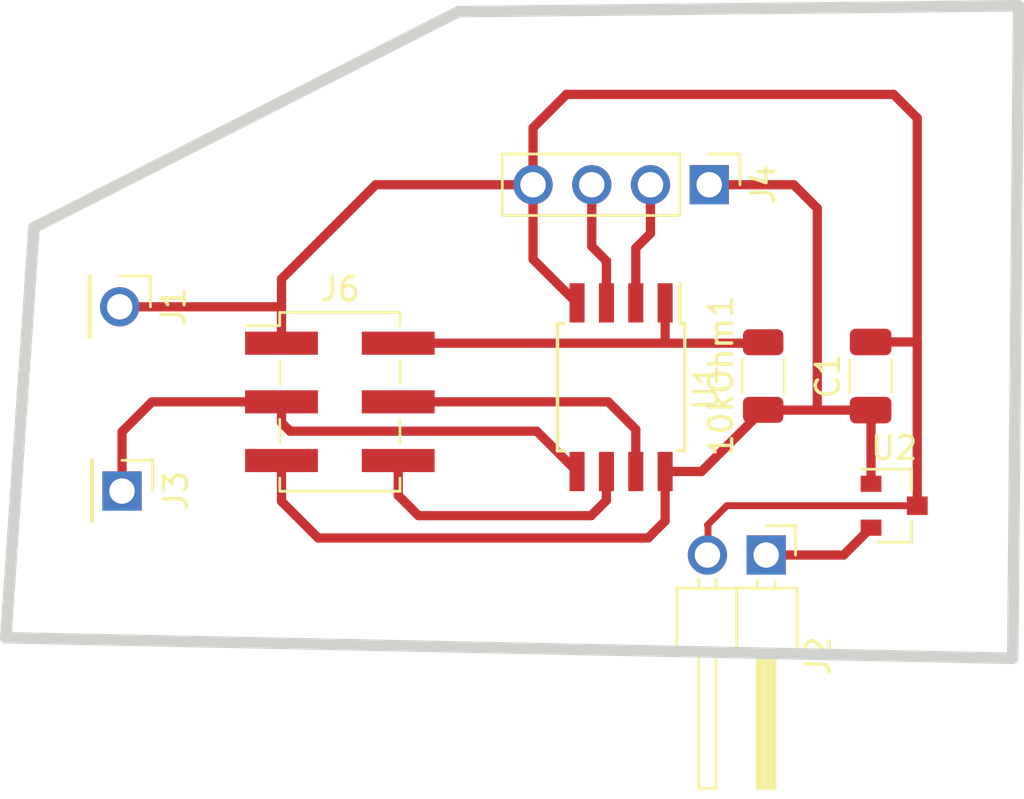
<source format=kicad_pcb>
(kicad_pcb (version 20171130) (host pcbnew "(5.1.9)-1")

  (general
    (thickness 1.6)
    (drawings 5)
    (tracks 64)
    (zones 0)
    (modules 9)
    (nets 10)
  )

  (page A4)
  (layers
    (0 F.Cu signal)
    (31 B.Cu signal)
    (32 B.Adhes user)
    (33 F.Adhes user)
    (34 B.Paste user)
    (35 F.Paste user)
    (36 B.SilkS user)
    (37 F.SilkS user)
    (38 B.Mask user)
    (39 F.Mask user)
    (40 Dwgs.User user)
    (41 Cmts.User user)
    (42 Eco1.User user)
    (43 Eco2.User user)
    (44 Edge.Cuts user)
    (45 Margin user)
    (46 B.CrtYd user)
    (47 F.CrtYd user)
    (48 B.Fab user)
    (49 F.Fab user)
  )

  (setup
    (last_trace_width 0.4)
    (user_trace_width 0.3)
    (user_trace_width 0.4)
    (trace_clearance 0.2)
    (zone_clearance 0.508)
    (zone_45_only no)
    (trace_min 0.2)
    (via_size 0.8)
    (via_drill 0.4)
    (via_min_size 0.4)
    (via_min_drill 0.3)
    (uvia_size 0.3)
    (uvia_drill 0.1)
    (uvias_allowed no)
    (uvia_min_size 0.2)
    (uvia_min_drill 0.1)
    (edge_width 0.1)
    (segment_width 0.2)
    (pcb_text_width 0.3)
    (pcb_text_size 1.5 1.5)
    (mod_edge_width 0.15)
    (mod_text_size 1 1)
    (mod_text_width 0.15)
    (pad_size 0.9 0.7)
    (pad_drill 0)
    (pad_to_mask_clearance 0)
    (aux_axis_origin 0 0)
    (visible_elements FFFFFF7F)
    (pcbplotparams
      (layerselection 0x010fc_ffffffff)
      (usegerberextensions false)
      (usegerberattributes true)
      (usegerberadvancedattributes true)
      (creategerberjobfile true)
      (excludeedgelayer true)
      (linewidth 0.100000)
      (plotframeref false)
      (viasonmask false)
      (mode 1)
      (useauxorigin false)
      (hpglpennumber 1)
      (hpglpenspeed 20)
      (hpglpendiameter 15.000000)
      (psnegative false)
      (psa4output false)
      (plotreference true)
      (plotvalue true)
      (plotinvisibletext false)
      (padsonsilk false)
      (subtractmaskfromsilk false)
      (outputformat 1)
      (mirror false)
      (drillshape 1)
      (scaleselection 1)
      (outputdirectory ""))
  )

  (net 0 "")
  (net 1 5V)
  (net 2 RST)
  (net 3 GND)
  (net 4 9V)
  (net 5 MOSI)
  (net 6 PB3)
  (net 7 PB4)
  (net 8 PB2)
  (net 9 MISO)

  (net_class Default "This is the default net class."
    (clearance 0.2)
    (trace_width 0.25)
    (via_dia 0.8)
    (via_drill 0.4)
    (uvia_dia 0.3)
    (uvia_drill 0.1)
    (add_net 5V)
    (add_net 9V)
    (add_net GND)
    (add_net MISO)
    (add_net MOSI)
    (add_net PB2)
    (add_net PB3)
    (add_net PB4)
    (add_net RST)
  )

  (module Resistor_SMD:R_1206_3216Metric (layer F.Cu) (tedit 5F68FEEE) (tstamp 60B39143)
    (at 156.4132 84.6582 90)
    (descr "Resistor SMD 1206 (3216 Metric), square (rectangular) end terminal, IPC_7351 nominal, (Body size source: IPC-SM-782 page 72, https://www.pcb-3d.com/wordpress/wp-content/uploads/ipc-sm-782a_amendment_1_and_2.pdf), generated with kicad-footprint-generator")
    (tags resistor)
    (path /6084C5CB)
    (attr smd)
    (fp_text reference 10kOhm1 (at 0 -1.82 90) (layer F.SilkS)
      (effects (font (size 1 1) (thickness 0.15)))
    )
    (fp_text value R (at 0 1.82 90) (layer F.Fab)
      (effects (font (size 1 1) (thickness 0.15)))
    )
    (fp_line (start 2.28 1.12) (end -2.28 1.12) (layer F.CrtYd) (width 0.05))
    (fp_line (start 2.28 -1.12) (end 2.28 1.12) (layer F.CrtYd) (width 0.05))
    (fp_line (start -2.28 -1.12) (end 2.28 -1.12) (layer F.CrtYd) (width 0.05))
    (fp_line (start -2.28 1.12) (end -2.28 -1.12) (layer F.CrtYd) (width 0.05))
    (fp_line (start -0.727064 0.91) (end 0.727064 0.91) (layer F.SilkS) (width 0.12))
    (fp_line (start -0.727064 -0.91) (end 0.727064 -0.91) (layer F.SilkS) (width 0.12))
    (fp_line (start 1.6 0.8) (end -1.6 0.8) (layer F.Fab) (width 0.1))
    (fp_line (start 1.6 -0.8) (end 1.6 0.8) (layer F.Fab) (width 0.1))
    (fp_line (start -1.6 -0.8) (end 1.6 -0.8) (layer F.Fab) (width 0.1))
    (fp_line (start -1.6 0.8) (end -1.6 -0.8) (layer F.Fab) (width 0.1))
    (fp_text user %R (at 0 0 90) (layer F.Fab)
      (effects (font (size 0.8 0.8) (thickness 0.12)))
    )
    (pad 1 smd roundrect (at -1.4625 0 90) (size 1.125 1.75) (layers F.Cu F.Paste F.Mask) (roundrect_rratio 0.2222213333333333)
      (net 1 5V))
    (pad 2 smd roundrect (at 1.4625 0 90) (size 1.125 1.75) (layers F.Cu F.Paste F.Mask) (roundrect_rratio 0.2222213333333333)
      (net 2 RST))
    (model ${KISYS3DMOD}/Resistor_SMD.3dshapes/R_1206_3216Metric.wrl
      (at (xyz 0 0 0))
      (scale (xyz 1 1 1))
      (rotate (xyz 0 0 0))
    )
  )

  (module Capacitor_SMD:C_1206_3216Metric (layer F.Cu) (tedit 5F68FEEE) (tstamp 60B39154)
    (at 161.0614 84.6582 90)
    (descr "Capacitor SMD 1206 (3216 Metric), square (rectangular) end terminal, IPC_7351 nominal, (Body size source: IPC-SM-782 page 76, https://www.pcb-3d.com/wordpress/wp-content/uploads/ipc-sm-782a_amendment_1_and_2.pdf), generated with kicad-footprint-generator")
    (tags capacitor)
    (path /6084AE90)
    (attr smd)
    (fp_text reference C1 (at 0 -1.85 90) (layer F.SilkS)
      (effects (font (size 1 1) (thickness 0.15)))
    )
    (fp_text value C (at 0 1.85 90) (layer F.Fab)
      (effects (font (size 1 1) (thickness 0.15)))
    )
    (fp_line (start 2.3 1.15) (end -2.3 1.15) (layer F.CrtYd) (width 0.05))
    (fp_line (start 2.3 -1.15) (end 2.3 1.15) (layer F.CrtYd) (width 0.05))
    (fp_line (start -2.3 -1.15) (end 2.3 -1.15) (layer F.CrtYd) (width 0.05))
    (fp_line (start -2.3 1.15) (end -2.3 -1.15) (layer F.CrtYd) (width 0.05))
    (fp_line (start -0.711252 0.91) (end 0.711252 0.91) (layer F.SilkS) (width 0.12))
    (fp_line (start -0.711252 -0.91) (end 0.711252 -0.91) (layer F.SilkS) (width 0.12))
    (fp_line (start 1.6 0.8) (end -1.6 0.8) (layer F.Fab) (width 0.1))
    (fp_line (start 1.6 -0.8) (end 1.6 0.8) (layer F.Fab) (width 0.1))
    (fp_line (start -1.6 -0.8) (end 1.6 -0.8) (layer F.Fab) (width 0.1))
    (fp_line (start -1.6 0.8) (end -1.6 -0.8) (layer F.Fab) (width 0.1))
    (fp_text user %R (at 0 0 90) (layer F.Fab)
      (effects (font (size 0.8 0.8) (thickness 0.12)))
    )
    (pad 1 smd roundrect (at -1.475 0 90) (size 1.15 1.8) (layers F.Cu F.Paste F.Mask) (roundrect_rratio 0.2173904347826087)
      (net 1 5V))
    (pad 2 smd roundrect (at 1.475 0 90) (size 1.15 1.8) (layers F.Cu F.Paste F.Mask) (roundrect_rratio 0.2173904347826087)
      (net 3 GND))
    (model ${KISYS3DMOD}/Capacitor_SMD.3dshapes/C_1206_3216Metric.wrl
      (at (xyz 0 0 0))
      (scale (xyz 1 1 1))
      (rotate (xyz 0 0 0))
    )
  )

  (module Connector_PinHeader_2.54mm:PinHeader_1x01_P2.54mm_Vertical (layer F.Cu) (tedit 60B390C4) (tstamp 60B39169)
    (at 128.5748 81.661 270)
    (descr "Through hole straight pin header, 1x01, 2.54mm pitch, single row")
    (tags "Through hole pin header THT 1x01 2.54mm single row")
    (path /60B2A280)
    (fp_text reference J1 (at 0 -2.33 90) (layer F.SilkS)
      (effects (font (size 1 1) (thickness 0.15)))
    )
    (fp_text value Conn_01x01_Female (at 0 2.33 90) (layer F.Fab)
      (effects (font (size 1 1) (thickness 0.15)))
    )
    (fp_text user %R (at -2.8956 -0.8128) (layer F.Fab)
      (effects (font (size 1 1) (thickness 0.15)))
    )
    (fp_line (start -0.635 -1.27) (end 1.27 -1.27) (layer F.Fab) (width 0.1))
    (fp_line (start 1.27 -1.27) (end 1.27 1.27) (layer F.Fab) (width 0.1))
    (fp_line (start 1.27 1.27) (end -1.27 1.27) (layer F.Fab) (width 0.1))
    (fp_line (start -1.27 1.27) (end -1.27 -0.635) (layer F.Fab) (width 0.1))
    (fp_line (start -1.27 -0.635) (end -0.635 -1.27) (layer F.Fab) (width 0.1))
    (fp_line (start -1.33 1.33) (end 1.33 1.33) (layer F.SilkS) (width 0.12))
    (fp_line (start -1.33 1.27) (end -1.33 1.33) (layer F.SilkS) (width 0.12))
    (fp_line (start 1.33 1.27) (end 1.33 1.33) (layer F.SilkS) (width 0.12))
    (fp_line (start -1.33 1.27) (end 1.33 1.27) (layer F.SilkS) (width 0.12))
    (fp_line (start -1.33 0) (end -1.33 -1.33) (layer F.SilkS) (width 0.12))
    (fp_line (start -1.33 -1.33) (end 0 -1.33) (layer F.SilkS) (width 0.12))
    (fp_line (start -1.8 -1.8) (end -1.8 1.8) (layer F.CrtYd) (width 0.05))
    (fp_line (start -1.8 1.8) (end 1.8 1.8) (layer F.CrtYd) (width 0.05))
    (fp_line (start 1.8 1.8) (end 1.8 -1.8) (layer F.CrtYd) (width 0.05))
    (fp_line (start 1.8 -1.8) (end -1.8 -1.8) (layer F.CrtYd) (width 0.05))
    (pad 1 thru_hole circle (at 0 0 270) (size 1.7 1.7) (drill 1.1) (layers *.Cu *.Mask)
      (net 3 GND))
    (model ${KISYS3DMOD}/Connector_PinHeader_2.54mm.3dshapes/PinHeader_1x01_P2.54mm_Vertical.wrl
      (at (xyz 0 0 0))
      (scale (xyz 1 1 1))
      (rotate (xyz 0 0 0))
    )
  )

  (module Connector_PinHeader_2.54mm:PinHeader_1x02_P2.54mm_Horizontal (layer F.Cu) (tedit 60B39105) (tstamp 60B3919C)
    (at 156.5402 92.4052 270)
    (descr "Through hole angled pin header, 1x02, 2.54mm pitch, 6mm pin length, single row")
    (tags "Through hole angled pin header THT 1x02 2.54mm single row")
    (path /6084512A)
    (fp_text reference J2 (at 4.385 -2.27 90) (layer F.SilkS)
      (effects (font (size 1 1) (thickness 0.15)))
    )
    (fp_text value Conn_01x02 (at 4.385 4.81 90) (layer F.Fab)
      (effects (font (size 1 1) (thickness 0.15)))
    )
    (fp_line (start 10.55 -1.8) (end -1.8 -1.8) (layer F.CrtYd) (width 0.05))
    (fp_line (start 10.55 4.35) (end 10.55 -1.8) (layer F.CrtYd) (width 0.05))
    (fp_line (start -1.8 4.35) (end 10.55 4.35) (layer F.CrtYd) (width 0.05))
    (fp_line (start -1.8 -1.8) (end -1.8 4.35) (layer F.CrtYd) (width 0.05))
    (fp_line (start -1.27 -1.27) (end 0 -1.27) (layer F.SilkS) (width 0.12))
    (fp_line (start -1.27 0) (end -1.27 -1.27) (layer F.SilkS) (width 0.12))
    (fp_line (start 1.042929 2.92) (end 1.44 2.92) (layer F.SilkS) (width 0.12))
    (fp_line (start 1.042929 2.16) (end 1.44 2.16) (layer F.SilkS) (width 0.12))
    (fp_line (start 10.1 2.92) (end 4.1 2.92) (layer F.SilkS) (width 0.12))
    (fp_line (start 10.1 2.16) (end 10.1 2.92) (layer F.SilkS) (width 0.12))
    (fp_line (start 4.1 2.16) (end 10.1 2.16) (layer F.SilkS) (width 0.12))
    (fp_line (start 1.44 1.27) (end 4.1 1.27) (layer F.SilkS) (width 0.12))
    (fp_line (start 1.11 0.38) (end 1.44 0.38) (layer F.SilkS) (width 0.12))
    (fp_line (start 1.11 -0.38) (end 1.44 -0.38) (layer F.SilkS) (width 0.12))
    (fp_line (start 4.1 0.28) (end 10.1 0.28) (layer F.SilkS) (width 0.12))
    (fp_line (start 4.1 0.16) (end 10.1 0.16) (layer F.SilkS) (width 0.12))
    (fp_line (start 4.1 0.04) (end 10.1 0.04) (layer F.SilkS) (width 0.12))
    (fp_line (start 4.1 -0.08) (end 10.1 -0.08) (layer F.SilkS) (width 0.12))
    (fp_line (start 4.1 -0.2) (end 10.1 -0.2) (layer F.SilkS) (width 0.12))
    (fp_line (start 4.1 -0.32) (end 10.1 -0.32) (layer F.SilkS) (width 0.12))
    (fp_line (start 10.1 0.38) (end 4.1 0.38) (layer F.SilkS) (width 0.12))
    (fp_line (start 10.1 -0.38) (end 10.1 0.38) (layer F.SilkS) (width 0.12))
    (fp_line (start 4.1 -0.38) (end 10.1 -0.38) (layer F.SilkS) (width 0.12))
    (fp_line (start 4.1 -1.33) (end 1.44 -1.33) (layer F.SilkS) (width 0.12))
    (fp_line (start 4.1 3.87) (end 4.1 -1.33) (layer F.SilkS) (width 0.12))
    (fp_line (start 1.44 3.87) (end 4.1 3.87) (layer F.SilkS) (width 0.12))
    (fp_line (start 1.44 -1.33) (end 1.44 3.87) (layer F.SilkS) (width 0.12))
    (fp_line (start 4.04 2.86) (end 10.04 2.86) (layer F.Fab) (width 0.1))
    (fp_line (start 10.04 2.22) (end 10.04 2.86) (layer F.Fab) (width 0.1))
    (fp_line (start 4.04 2.22) (end 10.04 2.22) (layer F.Fab) (width 0.1))
    (fp_line (start -0.32 2.86) (end 1.5 2.86) (layer F.Fab) (width 0.1))
    (fp_line (start -0.32 2.22) (end -0.32 2.86) (layer F.Fab) (width 0.1))
    (fp_line (start -0.32 2.22) (end 1.5 2.22) (layer F.Fab) (width 0.1))
    (fp_line (start 4.04 0.32) (end 10.04 0.32) (layer F.Fab) (width 0.1))
    (fp_line (start 10.04 -0.32) (end 10.04 0.32) (layer F.Fab) (width 0.1))
    (fp_line (start 4.04 -0.32) (end 10.04 -0.32) (layer F.Fab) (width 0.1))
    (fp_line (start -0.32 0.32) (end 1.5 0.32) (layer F.Fab) (width 0.1))
    (fp_line (start -0.32 -0.32) (end -0.32 0.32) (layer F.Fab) (width 0.1))
    (fp_line (start -0.32 -0.32) (end 1.5 -0.32) (layer F.Fab) (width 0.1))
    (fp_line (start 1.5 -0.635) (end 2.135 -1.27) (layer F.Fab) (width 0.1))
    (fp_line (start 1.5 3.81) (end 1.5 -0.635) (layer F.Fab) (width 0.1))
    (fp_line (start 4.04 3.81) (end 1.5 3.81) (layer F.Fab) (width 0.1))
    (fp_line (start 4.04 -1.27) (end 4.04 3.81) (layer F.Fab) (width 0.1))
    (fp_line (start 2.135 -1.27) (end 4.04 -1.27) (layer F.Fab) (width 0.1))
    (fp_text user %R (at 2.77 1.27) (layer F.Fab)
      (effects (font (size 1 1) (thickness 0.15)))
    )
    (pad 1 thru_hole rect (at 0 0 270) (size 1.7 1.7) (drill 1.1) (layers *.Cu *.Mask)
      (net 4 9V))
    (pad 2 thru_hole oval (at 0 2.54 270) (size 1.7 1.7) (drill 1.1) (layers *.Cu *.Mask)
      (net 3 GND))
    (model ${KISYS3DMOD}/Connector_PinHeader_2.54mm.3dshapes/PinHeader_1x02_P2.54mm_Horizontal.wrl
      (at (xyz 0 0 0))
      (scale (xyz 1 1 1))
      (rotate (xyz 0 0 0))
    )
  )

  (module Connector_PinHeader_2.54mm:PinHeader_1x01_P2.54mm_Vertical (layer F.Cu) (tedit 60B390D9) (tstamp 60B391B1)
    (at 128.6764 89.6366 270)
    (descr "Through hole straight pin header, 1x01, 2.54mm pitch, single row")
    (tags "Through hole pin header THT 1x01 2.54mm single row")
    (path /60B2906B)
    (fp_text reference J3 (at 0 -2.33 90) (layer F.SilkS)
      (effects (font (size 1 1) (thickness 0.15)))
    )
    (fp_text value Conn_01x01_Female (at 0 2.33 90) (layer F.Fab)
      (effects (font (size 1 1) (thickness 0.15)))
    )
    (fp_line (start 1.8 -1.8) (end -1.8 -1.8) (layer F.CrtYd) (width 0.05))
    (fp_line (start 1.8 1.8) (end 1.8 -1.8) (layer F.CrtYd) (width 0.05))
    (fp_line (start -1.8 1.8) (end 1.8 1.8) (layer F.CrtYd) (width 0.05))
    (fp_line (start -1.8 -1.8) (end -1.8 1.8) (layer F.CrtYd) (width 0.05))
    (fp_line (start -1.33 -1.33) (end 0 -1.33) (layer F.SilkS) (width 0.12))
    (fp_line (start -1.33 0) (end -1.33 -1.33) (layer F.SilkS) (width 0.12))
    (fp_line (start -1.33 1.27) (end 1.33 1.27) (layer F.SilkS) (width 0.12))
    (fp_line (start 1.33 1.27) (end 1.33 1.33) (layer F.SilkS) (width 0.12))
    (fp_line (start -1.33 1.27) (end -1.33 1.33) (layer F.SilkS) (width 0.12))
    (fp_line (start -1.33 1.33) (end 1.33 1.33) (layer F.SilkS) (width 0.12))
    (fp_line (start -1.27 -0.635) (end -0.635 -1.27) (layer F.Fab) (width 0.1))
    (fp_line (start -1.27 1.27) (end -1.27 -0.635) (layer F.Fab) (width 0.1))
    (fp_line (start 1.27 1.27) (end -1.27 1.27) (layer F.Fab) (width 0.1))
    (fp_line (start 1.27 -1.27) (end 1.27 1.27) (layer F.Fab) (width 0.1))
    (fp_line (start -0.635 -1.27) (end 1.27 -1.27) (layer F.Fab) (width 0.1))
    (fp_text user %R (at 2.8448 -0.1778) (layer F.Fab)
      (effects (font (size 1 1) (thickness 0.15)))
    )
    (pad 1 thru_hole rect (at 0 0 270) (size 1.7 1.7) (drill 1.1) (layers *.Cu *.Mask)
      (net 5 MOSI))
    (model ${KISYS3DMOD}/Connector_PinHeader_2.54mm.3dshapes/PinHeader_1x01_P2.54mm_Vertical.wrl
      (at (xyz 0 0 0))
      (scale (xyz 1 1 1))
      (rotate (xyz 0 0 0))
    )
  )

  (module Connector_PinHeader_2.54mm:PinHeader_1x04_P2.54mm_Vertical (layer F.Cu) (tedit 60B390F5) (tstamp 60B391C9)
    (at 154.0764 76.3778 270)
    (descr "Through hole straight pin header, 1x04, 2.54mm pitch, single row")
    (tags "Through hole pin header THT 1x04 2.54mm single row")
    (path /60B26EC0)
    (fp_text reference J4 (at 0 -2.33 90) (layer F.SilkS)
      (effects (font (size 1 1) (thickness 0.15)))
    )
    (fp_text value Conn_01x04 (at 0 9.95 90) (layer F.Fab)
      (effects (font (size 1 1) (thickness 0.15)))
    )
    (fp_line (start 1.8 -1.8) (end -1.8 -1.8) (layer F.CrtYd) (width 0.05))
    (fp_line (start 1.8 9.4) (end 1.8 -1.8) (layer F.CrtYd) (width 0.05))
    (fp_line (start -1.8 9.4) (end 1.8 9.4) (layer F.CrtYd) (width 0.05))
    (fp_line (start -1.8 -1.8) (end -1.8 9.4) (layer F.CrtYd) (width 0.05))
    (fp_line (start -1.33 -1.33) (end 0 -1.33) (layer F.SilkS) (width 0.12))
    (fp_line (start -1.33 0) (end -1.33 -1.33) (layer F.SilkS) (width 0.12))
    (fp_line (start -1.33 1.27) (end 1.33 1.27) (layer F.SilkS) (width 0.12))
    (fp_line (start 1.33 1.27) (end 1.33 8.95) (layer F.SilkS) (width 0.12))
    (fp_line (start -1.33 1.27) (end -1.33 8.95) (layer F.SilkS) (width 0.12))
    (fp_line (start -1.33 8.95) (end 1.33 8.95) (layer F.SilkS) (width 0.12))
    (fp_line (start -1.27 -0.635) (end -0.635 -1.27) (layer F.Fab) (width 0.1))
    (fp_line (start -1.27 8.89) (end -1.27 -0.635) (layer F.Fab) (width 0.1))
    (fp_line (start 1.27 8.89) (end -1.27 8.89) (layer F.Fab) (width 0.1))
    (fp_line (start 1.27 -1.27) (end 1.27 8.89) (layer F.Fab) (width 0.1))
    (fp_line (start -0.635 -1.27) (end 1.27 -1.27) (layer F.Fab) (width 0.1))
    (fp_text user %R (at 0 3.81) (layer F.Fab)
      (effects (font (size 1 1) (thickness 0.15)))
    )
    (pad 1 thru_hole rect (at 0 0 270) (size 1.7 1.7) (drill 1.1) (layers *.Cu *.Mask)
      (net 1 5V))
    (pad 2 thru_hole oval (at 0 2.54 270) (size 1.7 1.7) (drill 1.1) (layers *.Cu *.Mask)
      (net 6 PB3))
    (pad 3 thru_hole oval (at 0 5.08 270) (size 1.7 1.7) (drill 1.1) (layers *.Cu *.Mask)
      (net 7 PB4))
    (pad 4 thru_hole oval (at 0 7.62 270) (size 1.7 1.7) (drill 1.1) (layers *.Cu *.Mask)
      (net 3 GND))
    (model ${KISYS3DMOD}/Connector_PinHeader_2.54mm.3dshapes/PinHeader_1x04_P2.54mm_Vertical.wrl
      (at (xyz 0 0 0))
      (scale (xyz 1 1 1))
      (rotate (xyz 0 0 0))
    )
  )

  (module Connector_PinHeader_2.54mm:PinHeader_2x03_P2.54mm_Vertical_SMD (layer F.Cu) (tedit 59FED5CC) (tstamp 60B391FA)
    (at 138.0998 85.7758)
    (descr "surface-mounted straight pin header, 2x03, 2.54mm pitch, double rows")
    (tags "Surface mounted pin header SMD 2x03 2.54mm double row")
    (path /60870322)
    (attr smd)
    (fp_text reference J6 (at 0 -4.87) (layer F.SilkS)
      (effects (font (size 1 1) (thickness 0.15)))
    )
    (fp_text value Conn_02x03_Odd_Even (at 0 4.87) (layer F.Fab)
      (effects (font (size 1 1) (thickness 0.15)))
    )
    (fp_line (start 5.9 -4.35) (end -5.9 -4.35) (layer F.CrtYd) (width 0.05))
    (fp_line (start 5.9 4.35) (end 5.9 -4.35) (layer F.CrtYd) (width 0.05))
    (fp_line (start -5.9 4.35) (end 5.9 4.35) (layer F.CrtYd) (width 0.05))
    (fp_line (start -5.9 -4.35) (end -5.9 4.35) (layer F.CrtYd) (width 0.05))
    (fp_line (start 2.6 0.76) (end 2.6 1.78) (layer F.SilkS) (width 0.12))
    (fp_line (start -2.6 0.76) (end -2.6 1.78) (layer F.SilkS) (width 0.12))
    (fp_line (start 2.6 -1.78) (end 2.6 -0.76) (layer F.SilkS) (width 0.12))
    (fp_line (start -2.6 -1.78) (end -2.6 -0.76) (layer F.SilkS) (width 0.12))
    (fp_line (start 2.6 3.3) (end 2.6 3.87) (layer F.SilkS) (width 0.12))
    (fp_line (start -2.6 3.3) (end -2.6 3.87) (layer F.SilkS) (width 0.12))
    (fp_line (start 2.6 -3.87) (end 2.6 -3.3) (layer F.SilkS) (width 0.12))
    (fp_line (start -2.6 -3.87) (end -2.6 -3.3) (layer F.SilkS) (width 0.12))
    (fp_line (start -4.04 -3.3) (end -2.6 -3.3) (layer F.SilkS) (width 0.12))
    (fp_line (start -2.6 3.87) (end 2.6 3.87) (layer F.SilkS) (width 0.12))
    (fp_line (start -2.6 -3.87) (end 2.6 -3.87) (layer F.SilkS) (width 0.12))
    (fp_line (start 3.6 2.86) (end 2.54 2.86) (layer F.Fab) (width 0.1))
    (fp_line (start 3.6 2.22) (end 3.6 2.86) (layer F.Fab) (width 0.1))
    (fp_line (start 2.54 2.22) (end 3.6 2.22) (layer F.Fab) (width 0.1))
    (fp_line (start -3.6 2.86) (end -2.54 2.86) (layer F.Fab) (width 0.1))
    (fp_line (start -3.6 2.22) (end -3.6 2.86) (layer F.Fab) (width 0.1))
    (fp_line (start -2.54 2.22) (end -3.6 2.22) (layer F.Fab) (width 0.1))
    (fp_line (start 3.6 0.32) (end 2.54 0.32) (layer F.Fab) (width 0.1))
    (fp_line (start 3.6 -0.32) (end 3.6 0.32) (layer F.Fab) (width 0.1))
    (fp_line (start 2.54 -0.32) (end 3.6 -0.32) (layer F.Fab) (width 0.1))
    (fp_line (start -3.6 0.32) (end -2.54 0.32) (layer F.Fab) (width 0.1))
    (fp_line (start -3.6 -0.32) (end -3.6 0.32) (layer F.Fab) (width 0.1))
    (fp_line (start -2.54 -0.32) (end -3.6 -0.32) (layer F.Fab) (width 0.1))
    (fp_line (start 3.6 -2.22) (end 2.54 -2.22) (layer F.Fab) (width 0.1))
    (fp_line (start 3.6 -2.86) (end 3.6 -2.22) (layer F.Fab) (width 0.1))
    (fp_line (start 2.54 -2.86) (end 3.6 -2.86) (layer F.Fab) (width 0.1))
    (fp_line (start -3.6 -2.22) (end -2.54 -2.22) (layer F.Fab) (width 0.1))
    (fp_line (start -3.6 -2.86) (end -3.6 -2.22) (layer F.Fab) (width 0.1))
    (fp_line (start -2.54 -2.86) (end -3.6 -2.86) (layer F.Fab) (width 0.1))
    (fp_line (start 2.54 -3.81) (end 2.54 3.81) (layer F.Fab) (width 0.1))
    (fp_line (start -2.54 -2.86) (end -1.59 -3.81) (layer F.Fab) (width 0.1))
    (fp_line (start -2.54 3.81) (end -2.54 -2.86) (layer F.Fab) (width 0.1))
    (fp_line (start -1.59 -3.81) (end 2.54 -3.81) (layer F.Fab) (width 0.1))
    (fp_line (start 2.54 3.81) (end -2.54 3.81) (layer F.Fab) (width 0.1))
    (fp_text user %R (at 0 0 90) (layer F.Fab)
      (effects (font (size 1 1) (thickness 0.15)))
    )
    (pad 1 smd rect (at -2.525 -2.54) (size 3.15 1) (layers F.Cu F.Paste F.Mask)
      (net 3 GND))
    (pad 2 smd rect (at 2.525 -2.54) (size 3.15 1) (layers F.Cu F.Paste F.Mask)
      (net 2 RST))
    (pad 3 smd rect (at -2.525 0) (size 3.15 1) (layers F.Cu F.Paste F.Mask)
      (net 5 MOSI))
    (pad 4 smd rect (at 2.525 0) (size 3.15 1) (layers F.Cu F.Paste F.Mask)
      (net 8 PB2))
    (pad 5 smd rect (at -2.525 2.54) (size 3.15 1) (layers F.Cu F.Paste F.Mask)
      (net 1 5V))
    (pad 6 smd rect (at 2.525 2.54) (size 3.15 1) (layers F.Cu F.Paste F.Mask)
      (net 9 MISO))
    (model ${KISYS3DMOD}/Connector_PinHeader_2.54mm.3dshapes/PinHeader_2x03_P2.54mm_Vertical_SMD.wrl
      (at (xyz 0 0 0))
      (scale (xyz 1 1 1))
      (rotate (xyz 0 0 0))
    )
  )

  (module Package_SO:SOIJ-8_5.3x5.3mm_P1.27mm (layer F.Cu) (tedit 5A02F2D3) (tstamp 60B39217)
    (at 150.2664 85.1408 270)
    (descr "8-Lead Plastic Small Outline (SM) - Medium, 5.28 mm Body [SOIC] (see Microchip Packaging Specification 00000049BS.pdf)")
    (tags "SOIC 1.27")
    (path /60841E7E)
    (attr smd)
    (fp_text reference U1 (at 0 -3.68 90) (layer F.SilkS)
      (effects (font (size 1 1) (thickness 0.15)))
    )
    (fp_text value ATtiny45V-10SU (at 0 3.68 90) (layer F.Fab)
      (effects (font (size 1 1) (thickness 0.15)))
    )
    (fp_line (start -2.75 -2.55) (end -4.5 -2.55) (layer F.SilkS) (width 0.15))
    (fp_line (start -2.75 2.755) (end 2.75 2.755) (layer F.SilkS) (width 0.15))
    (fp_line (start -2.75 -2.755) (end 2.75 -2.755) (layer F.SilkS) (width 0.15))
    (fp_line (start -2.75 2.755) (end -2.75 2.455) (layer F.SilkS) (width 0.15))
    (fp_line (start 2.75 2.755) (end 2.75 2.455) (layer F.SilkS) (width 0.15))
    (fp_line (start 2.75 -2.755) (end 2.75 -2.455) (layer F.SilkS) (width 0.15))
    (fp_line (start -2.75 -2.755) (end -2.75 -2.55) (layer F.SilkS) (width 0.15))
    (fp_line (start -4.75 2.95) (end 4.75 2.95) (layer F.CrtYd) (width 0.05))
    (fp_line (start -4.75 -2.95) (end 4.75 -2.95) (layer F.CrtYd) (width 0.05))
    (fp_line (start 4.75 -2.95) (end 4.75 2.95) (layer F.CrtYd) (width 0.05))
    (fp_line (start -4.75 -2.95) (end -4.75 2.95) (layer F.CrtYd) (width 0.05))
    (fp_line (start -2.65 -1.65) (end -1.65 -2.65) (layer F.Fab) (width 0.15))
    (fp_line (start -2.65 2.65) (end -2.65 -1.65) (layer F.Fab) (width 0.15))
    (fp_line (start 2.65 2.65) (end -2.65 2.65) (layer F.Fab) (width 0.15))
    (fp_line (start 2.65 -2.65) (end 2.65 2.65) (layer F.Fab) (width 0.15))
    (fp_line (start -1.65 -2.65) (end 2.65 -2.65) (layer F.Fab) (width 0.15))
    (fp_text user %R (at 0 0 90) (layer F.Fab)
      (effects (font (size 1 1) (thickness 0.15)))
    )
    (pad 1 smd rect (at -3.65 -1.905 270) (size 1.7 0.65) (layers F.Cu F.Paste F.Mask)
      (net 2 RST))
    (pad 2 smd rect (at -3.65 -0.635 270) (size 1.7 0.65) (layers F.Cu F.Paste F.Mask)
      (net 6 PB3))
    (pad 3 smd rect (at -3.65 0.635 270) (size 1.7 0.65) (layers F.Cu F.Paste F.Mask)
      (net 7 PB4))
    (pad 4 smd rect (at -3.65 1.905 270) (size 1.7 0.65) (layers F.Cu F.Paste F.Mask)
      (net 3 GND))
    (pad 5 smd rect (at 3.65 1.905 270) (size 1.7 0.65) (layers F.Cu F.Paste F.Mask)
      (net 5 MOSI))
    (pad 6 smd rect (at 3.65 0.635 270) (size 1.7 0.65) (layers F.Cu F.Paste F.Mask)
      (net 9 MISO))
    (pad 7 smd rect (at 3.65 -0.635 270) (size 1.7 0.65) (layers F.Cu F.Paste F.Mask)
      (net 8 PB2))
    (pad 8 smd rect (at 3.65 -1.905 270) (size 1.7 0.65) (layers F.Cu F.Paste F.Mask)
      (net 1 5V))
    (model ${KISYS3DMOD}/Package_SO.3dshapes/SOIJ-8_5.3x5.3mm_P1.27mm.wrl
      (at (xyz 0 0 0))
      (scale (xyz 1 1 1))
      (rotate (xyz 0 0 0))
    )
  )

  (module Package_TO_SOT_SMD:SOT-23 (layer F.Cu) (tedit 60B39181) (tstamp 60B3922C)
    (at 162.0774 90.2716)
    (descr "SOT-23, Standard")
    (tags SOT-23)
    (path /6084D698)
    (attr smd)
    (fp_text reference U2 (at 0 -2.5) (layer F.SilkS)
      (effects (font (size 1 1) (thickness 0.15)))
    )
    (fp_text value LM3480-5.0 (at 0 2.5) (layer F.Fab)
      (effects (font (size 1 1) (thickness 0.15)))
    )
    (fp_line (start 0.76 1.58) (end -0.7 1.58) (layer F.SilkS) (width 0.12))
    (fp_line (start 0.76 -1.58) (end -1.4 -1.58) (layer F.SilkS) (width 0.12))
    (fp_line (start -1.7 1.75) (end -1.7 -1.75) (layer F.CrtYd) (width 0.05))
    (fp_line (start 1.7 1.75) (end -1.7 1.75) (layer F.CrtYd) (width 0.05))
    (fp_line (start 1.7 -1.75) (end 1.7 1.75) (layer F.CrtYd) (width 0.05))
    (fp_line (start -1.7 -1.75) (end 1.7 -1.75) (layer F.CrtYd) (width 0.05))
    (fp_line (start 0.76 -1.58) (end 0.76 -0.65) (layer F.SilkS) (width 0.12))
    (fp_line (start 0.76 1.58) (end 0.76 0.65) (layer F.SilkS) (width 0.12))
    (fp_line (start -0.7 1.52) (end 0.7 1.52) (layer F.Fab) (width 0.1))
    (fp_line (start 0.7 -1.52) (end 0.7 1.52) (layer F.Fab) (width 0.1))
    (fp_line (start -0.7 -0.95) (end -0.15 -1.52) (layer F.Fab) (width 0.1))
    (fp_line (start -0.15 -1.52) (end 0.7 -1.52) (layer F.Fab) (width 0.1))
    (fp_line (start -0.7 -0.95) (end -0.7 1.5) (layer F.Fab) (width 0.1))
    (fp_text user %R (at 0 0 90) (layer F.Fab)
      (effects (font (size 0.5 0.5) (thickness 0.075)))
    )
    (pad 1 smd rect (at -1 -0.95) (size 0.9 0.7) (layers F.Cu F.Paste F.Mask)
      (net 1 5V))
    (pad 2 smd rect (at -1 0.95) (size 0.9 0.7) (layers F.Cu F.Paste F.Mask)
      (net 4 9V))
    (pad 3 smd rect (at 1 0) (size 0.9 0.8) (layers F.Cu F.Paste F.Mask)
      (net 3 GND))
    (model ${KISYS3DMOD}/Package_TO_SOT_SMD.3dshapes/SOT-23.wrl
      (at (xyz 0 0 0))
      (scale (xyz 1 1 1))
      (rotate (xyz 0 0 0))
    )
  )

  (gr_line (start 143.2306 68.8848) (end 167.4622 68.6308) (layer Edge.Cuts) (width 0.5) (tstamp 60B3A022))
  (gr_line (start 124.8664 78.232) (end 143.2306 68.8848) (layer Edge.Cuts) (width 0.5))
  (gr_line (start 123.6472 95.9866) (end 124.8664 78.232) (layer Edge.Cuts) (width 0.5))
  (gr_line (start 167.2082 96.8756) (end 123.6472 95.9866) (layer Edge.Cuts) (width 0.5))
  (gr_line (start 167.4622 68.6308) (end 167.2082 96.8756) (layer Edge.Cuts) (width 0.5))

  (segment (start 161.0774 86.7014) (end 161.0868 86.692) (width 0.4) (layer F.Cu) (net 1))
  (segment (start 161.0774 86.1492) (end 161.0614 86.1332) (width 0.4) (layer F.Cu) (net 1))
  (segment (start 161.0774 89.3216) (end 161.0774 86.1492) (width 0.4) (layer F.Cu) (net 1))
  (segment (start 156.4257 86.1332) (end 156.4132 86.1207) (width 0.4) (layer F.Cu) (net 1))
  (segment (start 153.7431 88.7908) (end 156.4132 86.1207) (width 0.4) (layer F.Cu) (net 1))
  (segment (start 152.1714 88.7908) (end 153.7431 88.7908) (width 0.4) (layer F.Cu) (net 1))
  (segment (start 154.0764 76.3778) (end 157.734 76.3778) (width 0.4) (layer F.Cu) (net 1))
  (segment (start 158.7518 77.3956) (end 158.7518 86.1332) (width 0.4) (layer F.Cu) (net 1))
  (segment (start 157.734 76.3778) (end 158.7518 77.3956) (width 0.4) (layer F.Cu) (net 1))
  (segment (start 158.7518 86.1332) (end 156.4257 86.1332) (width 0.4) (layer F.Cu) (net 1))
  (segment (start 161.0614 86.1332) (end 158.7518 86.1332) (width 0.4) (layer F.Cu) (net 1))
  (segment (start 152.1714 88.7908) (end 152.1714 90.932) (width 0.4) (layer F.Cu) (net 1))
  (segment (start 152.1714 90.932) (end 151.4348 91.6686) (width 0.4) (layer F.Cu) (net 1))
  (segment (start 151.4348 91.6686) (end 137.16 91.6686) (width 0.4) (layer F.Cu) (net 1))
  (segment (start 135.5748 90.0834) (end 135.5748 88.3158) (width 0.4) (layer F.Cu) (net 1))
  (segment (start 137.16 91.6686) (end 135.5748 90.0834) (width 0.4) (layer F.Cu) (net 1))
  (segment (start 156.3731 83.2358) (end 156.4132 83.1957) (width 0.4) (layer F.Cu) (net 2))
  (segment (start 152.1714 83.185) (end 152.1206 83.2358) (width 0.4) (layer F.Cu) (net 2))
  (segment (start 152.1714 81.4908) (end 152.1714 83.185) (width 0.4) (layer F.Cu) (net 2))
  (segment (start 152.1206 83.2358) (end 156.3731 83.2358) (width 0.4) (layer F.Cu) (net 2))
  (segment (start 140.6248 83.2358) (end 152.1206 83.2358) (width 0.4) (layer F.Cu) (net 2))
  (segment (start 154.0256 92.4306) (end 154.0256 91.1352) (width 0.3) (layer F.Cu) (net 3))
  (segment (start 154.8384 90.2716) (end 163.0774 90.2716) (width 0.3) (layer F.Cu) (net 3))
  (segment (start 154.0002 91.1098) (end 154.8384 90.2716) (width 0.3) (layer F.Cu) (net 3))
  (segment (start 163.0774 73.4916) (end 162.052 72.4662) (width 0.4) (layer F.Cu) (net 3))
  (segment (start 162.052 72.4662) (end 147.9042 72.4662) (width 0.4) (layer F.Cu) (net 3))
  (segment (start 146.4564 73.914) (end 146.4564 76.3778) (width 0.4) (layer F.Cu) (net 3))
  (segment (start 147.9042 72.4662) (end 146.4564 73.914) (width 0.4) (layer F.Cu) (net 3))
  (segment (start 146.4564 76.3778) (end 139.6492 76.3778) (width 0.4) (layer F.Cu) (net 3))
  (segment (start 139.6492 76.3778) (end 135.5748 80.4522) (width 0.4) (layer F.Cu) (net 3))
  (segment (start 128.5748 81.661) (end 135.5644 81.661) (width 0.4) (layer F.Cu) (net 3))
  (segment (start 135.5644 81.661) (end 135.5748 81.6506) (width 0.4) (layer F.Cu) (net 3))
  (segment (start 135.5748 81.6506) (end 135.5748 83.2358) (width 0.4) (layer F.Cu) (net 3))
  (segment (start 135.5748 80.4522) (end 135.5748 81.6506) (width 0.4) (layer F.Cu) (net 3))
  (segment (start 163.0662 83.1832) (end 163.0774 83.1944) (width 0.4) (layer F.Cu) (net 3))
  (segment (start 163.0774 83.1944) (end 163.0774 73.4916) (width 0.4) (layer F.Cu) (net 3))
  (segment (start 161.0614 83.1832) (end 163.0662 83.1832) (width 0.4) (layer F.Cu) (net 3))
  (segment (start 163.0774 90.2716) (end 163.0774 83.1944) (width 0.4) (layer F.Cu) (net 3))
  (segment (start 148.3614 81.4908) (end 148.3436 81.4908) (width 0.4) (layer F.Cu) (net 3))
  (segment (start 146.4564 79.6036) (end 146.4564 76.3778) (width 0.4) (layer F.Cu) (net 3))
  (segment (start 148.3436 81.4908) (end 146.4564 79.6036) (width 0.4) (layer F.Cu) (net 3))
  (segment (start 159.8938 92.4052) (end 161.0774 91.2216) (width 0.4) (layer F.Cu) (net 4))
  (segment (start 156.5402 92.4052) (end 159.8938 92.4052) (width 0.4) (layer F.Cu) (net 4))
  (segment (start 128.6764 89.6366) (end 128.6764 87.0712) (width 0.4) (layer F.Cu) (net 5))
  (segment (start 129.9718 85.7758) (end 135.5748 85.7758) (width 0.4) (layer F.Cu) (net 5))
  (segment (start 128.6764 87.0712) (end 129.9718 85.7758) (width 0.4) (layer F.Cu) (net 5))
  (segment (start 135.5748 86.6758) (end 135.9448 87.0458) (width 0.4) (layer F.Cu) (net 5))
  (segment (start 135.5748 85.7758) (end 135.5748 86.6758) (width 0.4) (layer F.Cu) (net 5))
  (segment (start 146.6164 87.0458) (end 148.3614 88.7908) (width 0.4) (layer F.Cu) (net 5))
  (segment (start 135.9448 87.0458) (end 146.6164 87.0458) (width 0.4) (layer F.Cu) (net 5))
  (segment (start 150.9014 81.4908) (end 150.9014 79.121) (width 0.4) (layer F.Cu) (net 6))
  (segment (start 151.5364 78.486) (end 151.5364 76.3778) (width 0.4) (layer F.Cu) (net 6))
  (segment (start 150.9014 79.121) (end 151.5364 78.486) (width 0.4) (layer F.Cu) (net 6))
  (segment (start 149.6314 81.4908) (end 149.6314 79.6798) (width 0.4) (layer F.Cu) (net 7))
  (segment (start 148.9964 79.0448) (end 148.9964 76.3778) (width 0.4) (layer F.Cu) (net 7))
  (segment (start 149.6314 79.6798) (end 148.9964 79.0448) (width 0.4) (layer F.Cu) (net 7))
  (segment (start 140.6248 85.7758) (end 149.7076 85.7758) (width 0.4) (layer F.Cu) (net 8))
  (segment (start 150.9014 86.9696) (end 150.9014 88.7908) (width 0.4) (layer F.Cu) (net 8))
  (segment (start 149.7076 85.7758) (end 150.9014 86.9696) (width 0.4) (layer F.Cu) (net 8))
  (segment (start 140.6248 88.3158) (end 140.6248 89.8248) (width 0.4) (layer F.Cu) (net 9))
  (segment (start 140.6248 89.8248) (end 141.5034 90.7034) (width 0.4) (layer F.Cu) (net 9))
  (segment (start 149.6314 90.0408) (end 149.6314 88.7908) (width 0.4) (layer F.Cu) (net 9))
  (segment (start 148.9688 90.7034) (end 149.6314 90.0408) (width 0.4) (layer F.Cu) (net 9))
  (segment (start 141.5034 90.7034) (end 148.9688 90.7034) (width 0.4) (layer F.Cu) (net 9))

)

</source>
